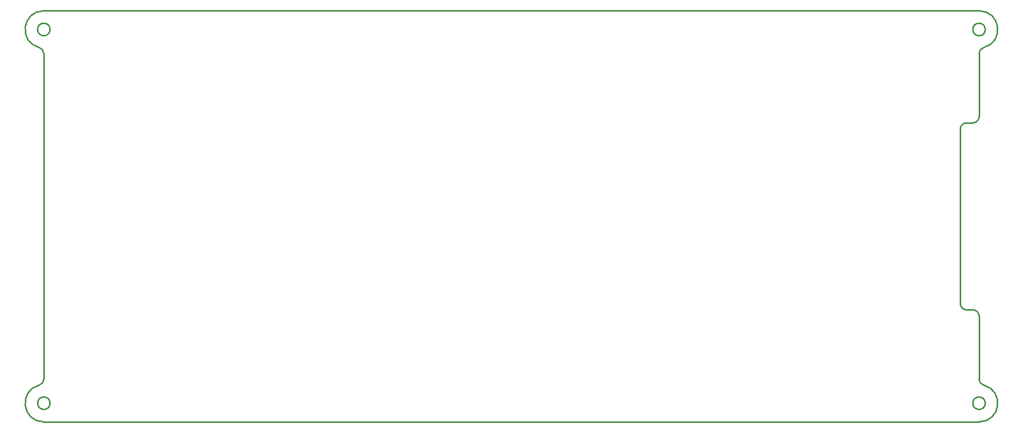
<source format=gbr>
%TF.GenerationSoftware,KiCad,Pcbnew,8.0.8*%
%TF.CreationDate,2025-03-03T12:04:37+03:00*%
%TF.ProjectId,Dash 6.8,44617368-2036-42e3-982e-6b696361645f,rev?*%
%TF.SameCoordinates,Original*%
%TF.FileFunction,Profile,NP*%
%FSLAX46Y46*%
G04 Gerber Fmt 4.6, Leading zero omitted, Abs format (unit mm)*
G04 Created by KiCad (PCBNEW 8.0.8) date 2025-03-03 12:04:37*
%MOMM*%
%LPD*%
G01*
G04 APERTURE LIST*
%TA.AperFunction,Profile*%
%ADD10C,0.250000*%
%TD*%
G04 APERTURE END LIST*
D10*
X226750000Y-137222279D02*
G75*
G02*
X226000000Y-143126984I-750000J-2904721D01*
G01*
X226000000Y-94127017D02*
X226000000Y-84000000D01*
X226750000Y-137222279D02*
G75*
G02*
X225999990Y-136254033I249900J968179D01*
G01*
X223000000Y-96127017D02*
G75*
G02*
X224000000Y-95127000I1000000J17D01*
G01*
X227000000Y-140127017D02*
G75*
G02*
X225000000Y-140127017I-1000000J0D01*
G01*
X225000000Y-140127017D02*
G75*
G02*
X227000000Y-140127017I1000000J0D01*
G01*
X75250000Y-83031754D02*
G75*
G02*
X76000000Y-84000000I-250000J-968246D01*
G01*
X226000000Y-77127017D02*
X76000000Y-77127017D01*
X75250000Y-83031754D02*
G75*
G02*
X76000000Y-77127023I750000J2904734D01*
G01*
X226000000Y-136254033D02*
X226000000Y-126127017D01*
X77000000Y-80127017D02*
G75*
G02*
X75000000Y-80127017I-1000000J0D01*
G01*
X75000000Y-80127017D02*
G75*
G02*
X77000000Y-80127017I1000000J0D01*
G01*
X76000000Y-84000000D02*
X76000000Y-136254033D01*
X76000000Y-143127017D02*
X226000000Y-143127017D01*
X226000000Y-94127017D02*
G75*
G02*
X225000000Y-95127000I-1000000J17D01*
G01*
X227000000Y-80127017D02*
G75*
G02*
X225000000Y-80127017I-1000000J0D01*
G01*
X225000000Y-80127017D02*
G75*
G02*
X227000000Y-80127017I1000000J0D01*
G01*
X225000000Y-125127017D02*
X224000000Y-125127017D01*
X226000000Y-84000000D02*
G75*
G02*
X226749981Y-83031682I1000100J0D01*
G01*
X224000000Y-125127017D02*
G75*
G02*
X222999983Y-124127017I-100J999917D01*
G01*
X224000000Y-95127017D02*
X225000000Y-95127017D01*
X223000000Y-124127017D02*
X223000000Y-96127017D01*
X76000000Y-143127017D02*
G75*
G02*
X75249992Y-137222247I0J3000017D01*
G01*
X226000000Y-77127017D02*
G75*
G02*
X226749992Y-83031722I0J-2999983D01*
G01*
X76000000Y-136254033D02*
G75*
G02*
X75249992Y-137222248I-1000000J33D01*
G01*
X225000000Y-125127017D02*
G75*
G02*
X225999983Y-126127017I-100J-1000083D01*
G01*
X77000000Y-140127017D02*
G75*
G02*
X75000000Y-140127017I-1000000J0D01*
G01*
X75000000Y-140127017D02*
G75*
G02*
X77000000Y-140127017I1000000J0D01*
G01*
M02*

</source>
